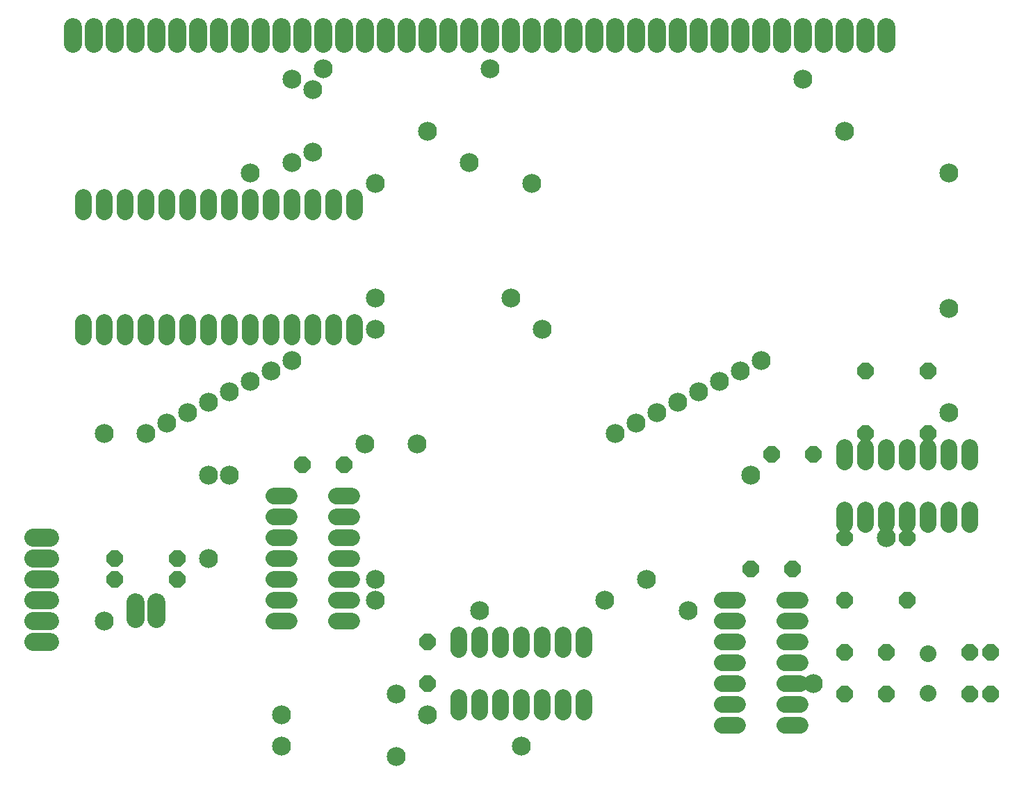
<source format=gbr>
G04 EAGLE Gerber RS-274X export*
G75*
%MOMM*%
%FSLAX34Y34*%
%LPD*%
%INSoldermask Top*%
%IPPOS*%
%AMOC8*
5,1,8,0,0,1.08239X$1,22.5*%
G01*
%ADD10P,2.199416X8X22.500000*%
%ADD11P,2.199416X8X202.500000*%
%ADD12P,2.199416X8X292.500000*%
%ADD13C,2.032000*%
%ADD14C,2.235200*%
%ADD15P,2.199416X8X112.500000*%
%ADD16C,2.032000*%
%ADD17C,2.303200*%


D10*
X1155700Y152400D03*
X1181100Y152400D03*
D11*
X965200Y393700D03*
X914400Y393700D03*
X939800Y254000D03*
X889000Y254000D03*
D10*
X1155700Y101600D03*
X1181100Y101600D03*
D11*
X393700Y381000D03*
X342900Y381000D03*
D12*
X495300Y165100D03*
X495300Y114300D03*
D13*
X533400Y98044D02*
X533400Y79756D01*
X558800Y79756D02*
X558800Y98044D01*
X685800Y98044D02*
X685800Y79756D01*
X685800Y155956D02*
X685800Y174244D01*
X584200Y98044D02*
X584200Y79756D01*
X609600Y79756D02*
X609600Y98044D01*
X660400Y98044D02*
X660400Y79756D01*
X635000Y79756D02*
X635000Y98044D01*
X660400Y155956D02*
X660400Y174244D01*
X635000Y174244D02*
X635000Y155956D01*
X609600Y155956D02*
X609600Y174244D01*
X584200Y174244D02*
X584200Y155956D01*
X558800Y155956D02*
X558800Y174244D01*
X533400Y174244D02*
X533400Y155956D01*
X1003300Y308356D02*
X1003300Y326644D01*
X1028700Y326644D02*
X1028700Y308356D01*
X1155700Y308356D02*
X1155700Y326644D01*
X1155700Y384556D02*
X1155700Y402844D01*
X1054100Y326644D02*
X1054100Y308356D01*
X1079500Y308356D02*
X1079500Y326644D01*
X1130300Y326644D02*
X1130300Y308356D01*
X1104900Y308356D02*
X1104900Y326644D01*
X1130300Y384556D02*
X1130300Y402844D01*
X1104900Y402844D02*
X1104900Y384556D01*
X1079500Y384556D02*
X1079500Y402844D01*
X1054100Y402844D02*
X1054100Y384556D01*
X1028700Y384556D02*
X1028700Y402844D01*
X1003300Y402844D02*
X1003300Y384556D01*
X872744Y215900D02*
X854456Y215900D01*
X854456Y190500D02*
X872744Y190500D01*
X872744Y63500D02*
X854456Y63500D01*
X930656Y63500D02*
X948944Y63500D01*
X872744Y165100D02*
X854456Y165100D01*
X854456Y139700D02*
X872744Y139700D01*
X872744Y88900D02*
X854456Y88900D01*
X854456Y114300D02*
X872744Y114300D01*
X930656Y88900D02*
X948944Y88900D01*
X948944Y114300D02*
X930656Y114300D01*
X930656Y139700D02*
X948944Y139700D01*
X948944Y165100D02*
X930656Y165100D01*
X930656Y190500D02*
X948944Y190500D01*
X948944Y215900D02*
X930656Y215900D01*
X406400Y689356D02*
X406400Y707644D01*
X381000Y707644D02*
X381000Y689356D01*
X355600Y689356D02*
X355600Y707644D01*
X330200Y707644D02*
X330200Y689356D01*
X304800Y689356D02*
X304800Y707644D01*
X279400Y707644D02*
X279400Y689356D01*
X254000Y689356D02*
X254000Y707644D01*
X228600Y707644D02*
X228600Y689356D01*
X203200Y689356D02*
X203200Y707644D01*
X177800Y707644D02*
X177800Y689356D01*
X152400Y689356D02*
X152400Y707644D01*
X127000Y707644D02*
X127000Y689356D01*
X101600Y689356D02*
X101600Y707644D01*
X76200Y707644D02*
X76200Y689356D01*
X76200Y555244D02*
X76200Y536956D01*
X101600Y536956D02*
X101600Y555244D01*
X127000Y555244D02*
X127000Y536956D01*
X152400Y536956D02*
X152400Y555244D01*
X177800Y555244D02*
X177800Y536956D01*
X203200Y536956D02*
X203200Y555244D01*
X228600Y555244D02*
X228600Y536956D01*
X254000Y536956D02*
X254000Y555244D01*
X279400Y555244D02*
X279400Y536956D01*
X304800Y536956D02*
X304800Y555244D01*
X330200Y555244D02*
X330200Y536956D01*
X355600Y536956D02*
X355600Y555244D01*
X381000Y555244D02*
X381000Y536956D01*
X406400Y536956D02*
X406400Y555244D01*
X326644Y342900D02*
X308356Y342900D01*
X308356Y317500D02*
X326644Y317500D01*
X326644Y190500D02*
X308356Y190500D01*
X384556Y190500D02*
X402844Y190500D01*
X326644Y292100D02*
X308356Y292100D01*
X308356Y266700D02*
X326644Y266700D01*
X326644Y215900D02*
X308356Y215900D01*
X308356Y241300D02*
X326644Y241300D01*
X384556Y215900D02*
X402844Y215900D01*
X402844Y241300D02*
X384556Y241300D01*
X384556Y266700D02*
X402844Y266700D01*
X402844Y292100D02*
X384556Y292100D01*
X384556Y317500D02*
X402844Y317500D01*
X402844Y342900D02*
X384556Y342900D01*
D14*
X63500Y894080D02*
X63500Y914400D01*
X88900Y914400D02*
X88900Y894080D01*
X114300Y894080D02*
X114300Y914400D01*
X139700Y914400D02*
X139700Y894080D01*
X165100Y894080D02*
X165100Y914400D01*
X190500Y914400D02*
X190500Y894080D01*
X215900Y894080D02*
X215900Y914400D01*
X241300Y914400D02*
X241300Y894080D01*
X266700Y894080D02*
X266700Y914400D01*
X292100Y914400D02*
X292100Y894080D01*
X317500Y894080D02*
X317500Y914400D01*
X342900Y914400D02*
X342900Y894080D01*
X368300Y894080D02*
X368300Y914400D01*
X393700Y914400D02*
X393700Y894080D01*
X419100Y894080D02*
X419100Y914400D01*
X444500Y914400D02*
X444500Y894080D01*
X469900Y894080D02*
X469900Y914400D01*
X495300Y914400D02*
X495300Y894080D01*
X520700Y894080D02*
X520700Y914400D01*
X546100Y914400D02*
X546100Y894080D01*
X571500Y894080D02*
X571500Y914400D01*
X596900Y914400D02*
X596900Y894080D01*
X622300Y894080D02*
X622300Y914400D01*
X647700Y914400D02*
X647700Y894080D01*
X673100Y894080D02*
X673100Y914400D01*
X698500Y914400D02*
X698500Y894080D01*
X723900Y894080D02*
X723900Y914400D01*
X749300Y914400D02*
X749300Y894080D01*
X774700Y894080D02*
X774700Y914400D01*
X800100Y914400D02*
X800100Y894080D01*
X825500Y894080D02*
X825500Y914400D01*
X850900Y914400D02*
X850900Y894080D01*
X876300Y894080D02*
X876300Y914400D01*
X901700Y914400D02*
X901700Y894080D01*
X927100Y894080D02*
X927100Y914400D01*
X952500Y914400D02*
X952500Y894080D01*
X977900Y894080D02*
X977900Y914400D01*
X1003300Y914400D02*
X1003300Y894080D01*
X1028700Y894080D02*
X1028700Y914400D01*
X1054100Y914400D02*
X1054100Y894080D01*
X165100Y213360D02*
X165100Y193040D01*
X139700Y193040D02*
X139700Y213360D01*
X35560Y165100D02*
X15240Y165100D01*
X15240Y190500D02*
X35560Y190500D01*
X35560Y215900D02*
X15240Y215900D01*
X15240Y241300D02*
X35560Y241300D01*
X35560Y266700D02*
X15240Y266700D01*
X15240Y292100D02*
X35560Y292100D01*
D10*
X114300Y241300D03*
X190500Y241300D03*
X114300Y266700D03*
X190500Y266700D03*
D11*
X1054100Y152400D03*
X1003300Y152400D03*
X1054100Y101600D03*
X1003300Y101600D03*
D15*
X1079500Y215900D03*
X1079500Y292100D03*
X1003300Y215900D03*
X1003300Y292100D03*
D12*
X1104900Y495300D03*
X1104900Y419100D03*
X1028700Y495300D03*
X1028700Y419100D03*
D16*
X1104900Y151130D03*
X1104900Y102870D03*
D17*
X317500Y76200D03*
X495300Y76200D03*
X317500Y38100D03*
X609600Y38100D03*
X101600Y419100D03*
X101600Y190500D03*
X495300Y787400D03*
X1003300Y787400D03*
X482600Y406400D03*
X419100Y406400D03*
X368300Y863600D03*
X571500Y863600D03*
X355600Y838200D03*
X355600Y762000D03*
X330200Y749300D03*
X546100Y749300D03*
X431800Y584200D03*
X596900Y584200D03*
X431800Y546100D03*
X635000Y546100D03*
X152400Y419100D03*
X723900Y419100D03*
X177800Y431800D03*
X749300Y431800D03*
X203200Y444500D03*
X774700Y444500D03*
X228600Y457200D03*
X800100Y457200D03*
X254000Y469900D03*
X825500Y469900D03*
X279400Y482600D03*
X850900Y482600D03*
X304800Y495300D03*
X876300Y495300D03*
X330200Y508000D03*
X901700Y508000D03*
X228600Y266700D03*
X228600Y368300D03*
X254000Y368300D03*
X889000Y368300D03*
X952500Y850900D03*
X330200Y850900D03*
X1130300Y444500D03*
X1130300Y571500D03*
X279400Y736600D03*
X1130300Y736600D03*
X558800Y203200D03*
X812800Y203200D03*
X431800Y723900D03*
X622300Y723900D03*
X457200Y25400D03*
X457200Y101600D03*
X965200Y114300D03*
X1054100Y292100D03*
X711200Y215900D03*
X431800Y215900D03*
X762000Y241300D03*
X431800Y241300D03*
M02*

</source>
